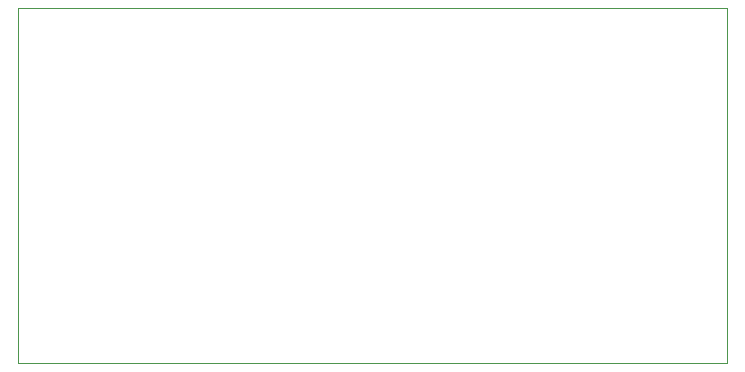
<source format=gbr>
%TF.GenerationSoftware,KiCad,Pcbnew,8.0.8*%
%TF.CreationDate,2025-02-20T13:11:00+01:00*%
%TF.ProjectId,KiCAD_BMS_EK_AW,4b694341-445f-4424-9d53-5f454b5f4157,rev?*%
%TF.SameCoordinates,Original*%
%TF.FileFunction,Profile,NP*%
%FSLAX46Y46*%
G04 Gerber Fmt 4.6, Leading zero omitted, Abs format (unit mm)*
G04 Created by KiCad (PCBNEW 8.0.8) date 2025-02-20 13:11:00*
%MOMM*%
%LPD*%
G01*
G04 APERTURE LIST*
%TA.AperFunction,Profile*%
%ADD10C,0.050000*%
%TD*%
G04 APERTURE END LIST*
D10*
X115750000Y-82500000D02*
X175750000Y-82500000D01*
X175750000Y-112500000D01*
X115750000Y-112500000D01*
X115750000Y-82500000D01*
M02*

</source>
